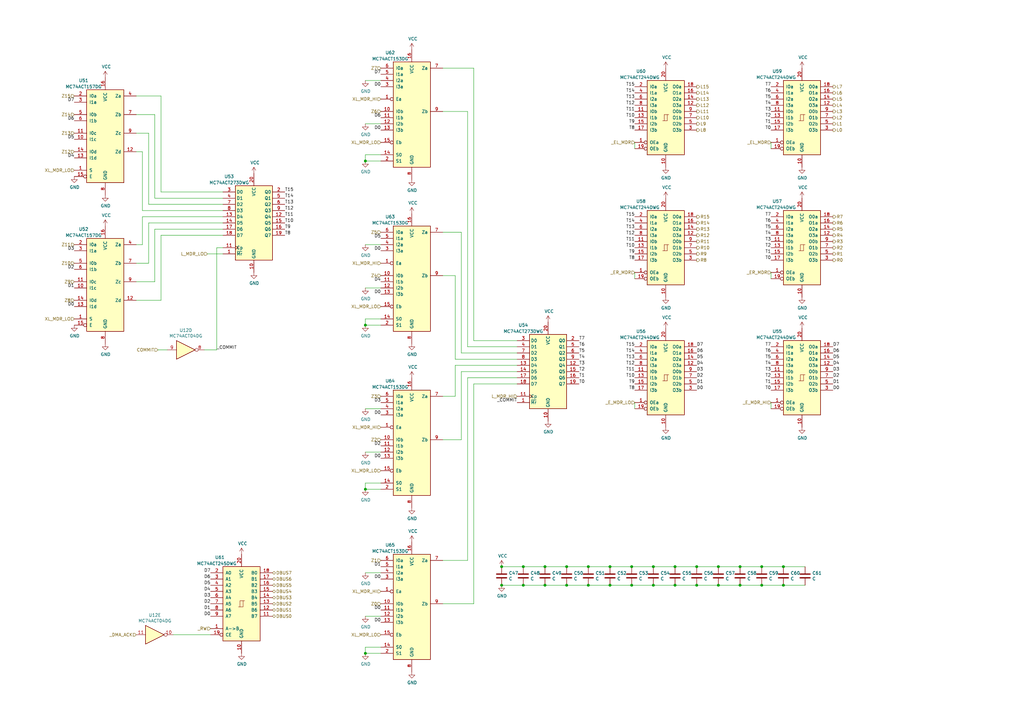
<source format=kicad_sch>
(kicad_sch (version 20200827) (generator eeschema)
  (page 5 7)
  (paper "A3")
  (lib_symbols
    (symbol "74xx:74LS04"
      (property "Reference" "U" (at 0 1.27 0))
      (property "Value" "74LS04" (at 0 -1.27 0))
      (symbol "74LS04_7_1"
        (rectangle (start -5.08 7.62) (end 5.08 -7.62) (stroke (width 0.254)) (fill (type background)))
      )
      (symbol "74LS04_1_0"
        (polyline (pts (xy -3.81 3.81) (xy -3.81 -3.81) (xy 3.81 0) (xy -3.81 3.81)) (stroke (width 0.254)) (fill (type background)))
        (pin input line (at -7.62 0 0) (length 3.81) (name "~") (number "1"))
        (pin output inverted (at 7.62 0 180) (length 3.81) (name "~") (number "2"))
      )
      (symbol "74LS04_2_0"
        (polyline (pts (xy -3.81 3.81) (xy -3.81 -3.81) (xy 3.81 0) (xy -3.81 3.81)) (stroke (width 0.254)) (fill (type background)))
        (pin input line (at -7.62 0 0) (length 3.81) (name "~") (number "3"))
        (pin output inverted (at 7.62 0 180) (length 3.81) (name "~") (number "4"))
      )
      (symbol "74LS04_3_0"
        (polyline (pts (xy -3.81 3.81) (xy -3.81 -3.81) (xy 3.81 0) (xy -3.81 3.81)) (stroke (width 0.254)) (fill (type background)))
        (pin input line (at -7.62 0 0) (length 3.81) (name "~") (number "5"))
        (pin output inverted (at 7.62 0 180) (length 3.81) (name "~") (number "6"))
      )
      (symbol "74LS04_4_0"
        (polyline (pts (xy -3.81 3.81) (xy -3.81 -3.81) (xy 3.81 0) (xy -3.81 3.81)) (stroke (width 0.254)) (fill (type background)))
        (pin output inverted (at 7.62 0 180) (length 3.81) (name "~") (number "8"))
        (pin input line (at -7.62 0 0) (length 3.81) (name "~") (number "9"))
      )
      (symbol "74LS04_5_0"
        (polyline (pts (xy -3.81 3.81) (xy -3.81 -3.81) (xy 3.81 0) (xy -3.81 3.81)) (stroke (width 0.254)) (fill (type background)))
        (pin output inverted (at 7.62 0 180) (length 3.81) (name "~") (number "10"))
        (pin input line (at -7.62 0 0) (length 3.81) (name "~") (number "11"))
      )
      (symbol "74LS04_6_0"
        (polyline (pts (xy -3.81 3.81) (xy -3.81 -3.81) (xy 3.81 0) (xy -3.81 3.81)) (stroke (width 0.254)) (fill (type background)))
        (pin output inverted (at 7.62 0 180) (length 3.81) (name "~") (number "12"))
        (pin input line (at -7.62 0 0) (length 3.81) (name "~") (number "13"))
      )
      (symbol "74LS04_7_0"
        (pin power_in line (at 0 12.7 270) (length 5.08) (name "VCC") (number "14"))
        (pin power_in line (at 0 -12.7 90) (length 5.08) (name "GND") (number "7"))
      )
    )
    (symbol "74xx:74LS153" (pin_names (offset 1.016))
      (property "Reference" "U" (at -7.62 21.59 0))
      (property "Value" "74LS153" (at -7.62 -24.13 0))
      (symbol "74LS153_1_1"
        (rectangle (start -7.62 20.32) (end 7.62 -22.86) (stroke (width 0.254)) (fill (type background)))
      )
      (symbol "74LS153_1_0"
        (pin input inverted (at -12.7 5.08 0) (length 5.08) (name "Ea") (number "1"))
        (pin input line (at -12.7 0 0) (length 5.08) (name "I0b") (number "10"))
        (pin input line (at -12.7 -2.54 0) (length 5.08) (name "I1b") (number "11"))
        (pin input line (at -12.7 -5.08 0) (length 5.08) (name "I2b") (number "12"))
        (pin input line (at -12.7 -7.62 0) (length 5.08) (name "I3b") (number "13"))
        (pin input line (at -12.7 -17.78 0) (length 5.08) (name "S0") (number "14"))
        (pin input inverted (at -12.7 -12.7 0) (length 5.08) (name "Eb") (number "15"))
        (pin power_in line (at 0 25.4 270) (length 5.08) (name "VCC") (number "16"))
        (pin input line (at -12.7 -20.32 0) (length 5.08) (name "S1") (number "2"))
        (pin input line (at -12.7 10.16 0) (length 5.08) (name "I3a") (number "3"))
        (pin input line (at -12.7 12.7 0) (length 5.08) (name "I2a") (number "4"))
        (pin input line (at -12.7 15.24 0) (length 5.08) (name "I1a") (number "5"))
        (pin input line (at -12.7 17.78 0) (length 5.08) (name "I0a") (number "6"))
        (pin output line (at 12.7 17.78 180) (length 5.08) (name "Za") (number "7"))
        (pin power_in line (at 0 -27.94 90) (length 5.08) (name "GND") (number "8"))
        (pin output line (at 12.7 0 180) (length 5.08) (name "Zb") (number "9"))
      )
    )
    (symbol "74xx:74LS157" (pin_names (offset 1.016))
      (property "Reference" "U" (at -7.62 19.05 0))
      (property "Value" "74LS157" (at -7.62 -21.59 0))
      (symbol "74LS157_1_1"
        (rectangle (start -7.62 17.78) (end 7.62 -20.32) (stroke (width 0.254)) (fill (type background)))
      )
      (symbol "74LS157_1_0"
        (pin input line (at -12.7 -15.24 0) (length 5.08) (name "S") (number "1"))
        (pin input line (at -12.7 -2.54 0) (length 5.08) (name "I1c") (number "10"))
        (pin input line (at -12.7 0 0) (length 5.08) (name "I0c") (number "11"))
        (pin output line (at 12.7 -7.62 180) (length 5.08) (name "Zd") (number "12"))
        (pin input line (at -12.7 -10.16 0) (length 5.08) (name "I1d") (number "13"))
        (pin input line (at -12.7 -7.62 0) (length 5.08) (name "I0d") (number "14"))
        (pin input inverted (at -12.7 -17.78 0) (length 5.08) (name "E") (number "15"))
        (pin power_in line (at 0 22.86 270) (length 5.08) (name "VCC") (number "16"))
        (pin input line (at -12.7 15.24 0) (length 5.08) (name "I0a") (number "2"))
        (pin input line (at -12.7 12.7 0) (length 5.08) (name "I1a") (number "3"))
        (pin output line (at 12.7 15.24 180) (length 5.08) (name "Za") (number "4"))
        (pin input line (at -12.7 7.62 0) (length 5.08) (name "I0b") (number "5"))
        (pin input line (at -12.7 5.08 0) (length 5.08) (name "I1b") (number "6"))
        (pin output line (at 12.7 7.62 180) (length 5.08) (name "Zb") (number "7"))
        (pin power_in line (at 0 -25.4 90) (length 5.08) (name "GND") (number "8"))
        (pin output line (at 12.7 0 180) (length 5.08) (name "Zc") (number "9"))
      )
    )
    (symbol "74xx:74LS244" (pin_names (offset 1.016))
      (property "Reference" "U" (at -7.62 16.51 0))
      (property "Value" "74LS244" (at -7.62 -16.51 0))
      (symbol "74LS244_1_1"
        (rectangle (start -7.62 15.24) (end 7.62 -15.24) (stroke (width 0.254)) (fill (type background)))
      )
      (symbol "74LS244_1_0"
        (polyline (pts (xy -0.635 -1.27) (xy -0.635 1.27) (xy 0.635 1.27)))
        (polyline (pts (xy -1.27 -1.27) (xy 0.635 -1.27) (xy 0.635 1.27) (xy 1.27 1.27)))
        (pin input inverted (at -12.7 -10.16 0) (length 5.08) (name "OEa") (number "1"))
        (pin power_in line (at 0 -20.32 90) (length 5.08) (name "GND") (number "10"))
        (pin input line (at -12.7 2.54 0) (length 5.08) (name "I0b") (number "11"))
        (pin tri_state line (at 12.7 5.08 180) (length 5.08) (name "O3a") (number "12"))
        (pin input line (at -12.7 0 0) (length 5.08) (name "I1b") (number "13"))
        (pin tri_state line (at 12.7 7.62 180) (length 5.08) (name "O2a") (number "14"))
        (pin input line (at -12.7 -2.54 0) (length 5.08) (name "I2b") (number "15"))
        (pin tri_state line (at 12.7 10.16 180) (length 5.08) (name "O1a") (number "16"))
        (pin input line (at -12.7 -5.08 0) (length 5.08) (name "I3b") (number "17"))
        (pin tri_state line (at 12.7 12.7 180) (length 5.08) (name "O0a") (number "18"))
        (pin input inverted (at -12.7 -12.7 0) (length 5.08) (name "OEb") (number "19"))
        (pin input line (at -12.7 12.7 0) (length 5.08) (name "I0a") (number "2"))
        (pin power_in line (at 0 20.32 270) (length 5.08) (name "VCC") (number "20"))
        (pin tri_state line (at 12.7 -5.08 180) (length 5.08) (name "O3b") (number "3"))
        (pin input line (at -12.7 10.16 0) (length 5.08) (name "I1a") (number "4"))
        (pin tri_state line (at 12.7 -2.54 180) (length 5.08) (name "O2b") (number "5"))
        (pin input line (at -12.7 7.62 0) (length 5.08) (name "I2a") (number "6"))
        (pin tri_state line (at 12.7 0 180) (length 5.08) (name "O1b") (number "7"))
        (pin input line (at -12.7 5.08 0) (length 5.08) (name "I3a") (number "8"))
        (pin tri_state line (at 12.7 2.54 180) (length 5.08) (name "O0b") (number "9"))
      )
    )
    (symbol "74xx:74LS245" (pin_names (offset 1.016))
      (property "Reference" "U" (at -7.62 16.51 0))
      (property "Value" "74LS245" (at -7.62 -16.51 0))
      (symbol "74LS245_1_1"
        (rectangle (start -7.62 15.24) (end 7.62 -15.24) (stroke (width 0.254)) (fill (type background)))
      )
      (symbol "74LS245_1_0"
        (polyline (pts (xy -0.635 -1.27) (xy -0.635 1.27) (xy 0.635 1.27)))
        (polyline (pts (xy -1.27 -1.27) (xy 0.635 -1.27) (xy 0.635 1.27) (xy 1.27 1.27)))
        (pin input line (at -12.7 -10.16 0) (length 5.08) (name "A->B") (number "1"))
        (pin power_in line (at 0 -20.32 90) (length 5.08) (name "GND") (number "10"))
        (pin tri_state line (at 12.7 -5.08 180) (length 5.08) (name "B7") (number "11"))
        (pin tri_state line (at 12.7 -2.54 180) (length 5.08) (name "B6") (number "12"))
        (pin tri_state line (at 12.7 0 180) (length 5.08) (name "B5") (number "13"))
        (pin tri_state line (at 12.7 2.54 180) (length 5.08) (name "B4") (number "14"))
        (pin tri_state line (at 12.7 5.08 180) (length 5.08) (name "B3") (number "15"))
        (pin tri_state line (at 12.7 7.62 180) (length 5.08) (name "B2") (number "16"))
        (pin tri_state line (at 12.7 10.16 180) (length 5.08) (name "B1") (number "17"))
        (pin tri_state line (at 12.7 12.7 180) (length 5.08) (name "B0") (number "18"))
        (pin input inverted (at -12.7 -12.7 0) (length 5.08) (name "CE") (number "19"))
        (pin tri_state line (at -12.7 12.7 0) (length 5.08) (name "A0") (number "2"))
        (pin power_in line (at 0 20.32 270) (length 5.08) (name "VCC") (number "20"))
        (pin tri_state line (at -12.7 10.16 0) (length 5.08) (name "A1") (number "3"))
        (pin tri_state line (at -12.7 7.62 0) (length 5.08) (name "A2") (number "4"))
        (pin tri_state line (at -12.7 5.08 0) (length 5.08) (name "A3") (number "5"))
        (pin tri_state line (at -12.7 2.54 0) (length 5.08) (name "A4") (number "6"))
        (pin tri_state line (at -12.7 0 0) (length 5.08) (name "A5") (number "7"))
        (pin tri_state line (at -12.7 -2.54 0) (length 5.08) (name "A6") (number "8"))
        (pin tri_state line (at -12.7 -5.08 0) (length 5.08) (name "A7") (number "9"))
      )
    )
    (symbol "74xx:74LS273"
      (property "Reference" "U" (at -7.62 16.51 0))
      (property "Value" "74LS273" (at -7.62 -16.51 0))
      (symbol "74LS273_1_1"
        (rectangle (start -7.62 15.24) (end 7.62 -15.24) (stroke (width 0.254)) (fill (type background)))
      )
      (symbol "74LS273_1_0"
        (pin input line (at -12.7 -12.7 0) (length 5.08) (name "~Mr") (number "1"))
        (pin power_in line (at 0 -20.32 90) (length 5.08) (name "GND") (number "10"))
        (pin input clock (at -12.7 -10.16 0) (length 5.08) (name "Cp") (number "11"))
        (pin output line (at 12.7 2.54 180) (length 5.08) (name "Q4") (number "12"))
        (pin input line (at -12.7 2.54 0) (length 5.08) (name "D4") (number "13"))
        (pin input line (at -12.7 0 0) (length 5.08) (name "D5") (number "14"))
        (pin output line (at 12.7 0 180) (length 5.08) (name "Q5") (number "15"))
        (pin output line (at 12.7 -2.54 180) (length 5.08) (name "Q6") (number "16"))
        (pin input line (at -12.7 -2.54 0) (length 5.08) (name "D6") (number "17"))
        (pin input line (at -12.7 -5.08 0) (length 5.08) (name "D7") (number "18"))
        (pin output line (at 12.7 -5.08 180) (length 5.08) (name "Q7") (number "19"))
        (pin output line (at 12.7 12.7 180) (length 5.08) (name "Q0") (number "2"))
        (pin power_in line (at 0 20.32 270) (length 5.08) (name "VCC") (number "20"))
        (pin input line (at -12.7 12.7 0) (length 5.08) (name "D0") (number "3"))
        (pin input line (at -12.7 10.16 0) (length 5.08) (name "D1") (number "4"))
        (pin output line (at 12.7 10.16 180) (length 5.08) (name "Q1") (number "5"))
        (pin output line (at 12.7 7.62 180) (length 5.08) (name "Q2") (number "6"))
        (pin input line (at -12.7 7.62 0) (length 5.08) (name "D2") (number "7"))
        (pin input line (at -12.7 5.08 0) (length 5.08) (name "D3") (number "8"))
        (pin output line (at 12.7 5.08 180) (length 5.08) (name "Q3") (number "9"))
      )
    )
    (symbol "Device:C" (pin_numbers hide) (pin_names (offset 0.254))
      (property "Reference" "C" (at 0.635 2.54 0))
      (property "Value" "C" (at 0.635 -2.54 0))
      (symbol "C_0_1"
        (polyline (pts (xy -2.032 -0.762) (xy 2.032 -0.762)) (stroke (width 0.508)))
        (polyline (pts (xy -2.032 0.762) (xy 2.032 0.762)) (stroke (width 0.508)))
      )
      (symbol "C_1_1"
        (pin passive line (at 0 3.81 270) (length 2.794) (name "~") (number "1"))
        (pin passive line (at 0 -3.81 90) (length 2.794) (name "~") (number "2"))
      )
    )
    (symbol "power:GND" (power) (pin_names (offset 0))
      (property "Value" "GND" (at 0 -3.81 0))
      (symbol "GND_0_1"
        (polyline (pts (xy 0 0) (xy 0 -1.27) (xy 1.27 -1.27) (xy 0 -2.54) (xy -1.27 -1.27) (xy 0 -1.27)))
      )
      (symbol "GND_1_1"
        (pin power_in line (at 0 0 270) (length 0) hide (name "GND") (number "1"))
      )
    )
    (symbol "power:VCC" (power) (pin_names (offset 0))
      (property "Value" "VCC" (at 0 3.81 0))
      (symbol "VCC_0_1"
        (polyline (pts (xy -0.762 1.27) (xy 0 2.54)))
        (polyline (pts (xy 0 0) (xy 0 2.54)))
        (polyline (pts (xy 0 2.54) (xy 0.762 1.27)))
      )
      (symbol "VCC_1_1"
        (pin power_in line (at 0 0 90) (length 0) hide (name "VCC") (number "1"))
      )
    )
  )
  (junction (at 149.86 66.04) (diameter 1.016))
  (junction (at 149.86 133.35) (diameter 1.016))
  (junction (at 149.86 200.66) (diameter 1.016))
  (junction (at 149.86 267.97) (diameter 1.016))
  (junction (at 205.74 232.41) (diameter 1.016))
  (junction (at 205.74 240.03) (diameter 1.016))
  (junction (at 214.63 232.41) (diameter 1.016))
  (junction (at 214.63 240.03) (diameter 1.016))
  (junction (at 223.52 232.41) (diameter 1.016))
  (junction (at 223.52 240.03) (diameter 1.016))
  (junction (at 232.41 232.41) (diameter 1.016))
  (junction (at 232.41 240.03) (diameter 1.016))
  (junction (at 241.3 232.41) (diameter 1.016))
  (junction (at 241.3 240.03) (diameter 1.016))
  (junction (at 250.19 232.41) (diameter 1.016))
  (junction (at 250.19 240.03) (diameter 1.016))
  (junction (at 259.08 232.41) (diameter 1.016))
  (junction (at 259.08 240.03) (diameter 1.016))
  (junction (at 267.97 232.41) (diameter 1.016))
  (junction (at 267.97 240.03) (diameter 1.016))
  (junction (at 276.86 232.41) (diameter 1.016))
  (junction (at 276.86 240.03) (diameter 1.016))
  (junction (at 285.75 232.41) (diameter 1.016))
  (junction (at 285.75 240.03) (diameter 1.016))
  (junction (at 294.64 232.41) (diameter 1.016))
  (junction (at 294.64 240.03) (diameter 1.016))
  (junction (at 303.53 232.41) (diameter 1.016))
  (junction (at 303.53 240.03) (diameter 1.016))
  (junction (at 312.42 232.41) (diameter 1.016))
  (junction (at 312.42 240.03) (diameter 1.016))
  (junction (at 321.31 232.41) (diameter 1.016))
  (junction (at 321.31 240.03) (diameter 1.016))
  (wire (pts (xy 55.88 46.99) (xy 63.5 46.99)))
  (wire (pts (xy 55.88 54.61) (xy 60.96 54.61)))
  (wire (pts (xy 55.88 62.23) (xy 58.42 62.23)))
  (wire (pts (xy 55.88 100.33) (xy 58.42 100.33)))
  (wire (pts (xy 55.88 107.95) (xy 60.96 107.95)))
  (wire (pts (xy 55.88 115.57) (xy 63.5 115.57)))
  (wire (pts (xy 55.88 123.19) (xy 66.04 123.19)))
  (wire (pts (xy 58.42 62.23) (xy 58.42 86.36)))
  (wire (pts (xy 58.42 86.36) (xy 91.44 86.36)))
  (wire (pts (xy 58.42 88.9) (xy 91.44 88.9)))
  (wire (pts (xy 58.42 100.33) (xy 58.42 88.9)))
  (wire (pts (xy 60.96 54.61) (xy 60.96 83.82)))
  (wire (pts (xy 60.96 83.82) (xy 91.44 83.82)))
  (wire (pts (xy 60.96 91.44) (xy 91.44 91.44)))
  (wire (pts (xy 60.96 107.95) (xy 60.96 91.44)))
  (wire (pts (xy 63.5 46.99) (xy 63.5 81.28)))
  (wire (pts (xy 63.5 81.28) (xy 91.44 81.28)))
  (wire (pts (xy 63.5 93.98) (xy 91.44 93.98)))
  (wire (pts (xy 63.5 115.57) (xy 63.5 93.98)))
  (wire (pts (xy 64.77 143.51) (xy 68.58 143.51)))
  (wire (pts (xy 66.04 39.37) (xy 55.88 39.37)))
  (wire (pts (xy 66.04 78.74) (xy 66.04 39.37)))
  (wire (pts (xy 66.04 78.74) (xy 91.44 78.74)))
  (wire (pts (xy 66.04 96.52) (xy 91.44 96.52)))
  (wire (pts (xy 66.04 123.19) (xy 66.04 96.52)))
  (wire (pts (xy 71.12 260.35) (xy 86.36 260.35)))
  (wire (pts (xy 83.82 143.51) (xy 88.9 143.51)))
  (wire (pts (xy 88.9 101.6) (xy 91.44 101.6)))
  (wire (pts (xy 88.9 143.51) (xy 88.9 101.6)))
  (wire (pts (xy 91.44 104.14) (xy 85.09 104.14)))
  (wire (pts (xy 149.86 63.5) (xy 149.86 66.04)))
  (wire (pts (xy 149.86 130.81) (xy 149.86 133.35)))
  (wire (pts (xy 149.86 198.12) (xy 149.86 200.66)))
  (wire (pts (xy 149.86 265.43) (xy 149.86 267.97)))
  (wire (pts (xy 156.21 33.02) (xy 149.86 33.02)))
  (wire (pts (xy 156.21 50.8) (xy 149.86 50.8)))
  (wire (pts (xy 156.21 63.5) (xy 149.86 63.5)))
  (wire (pts (xy 156.21 66.04) (xy 149.86 66.04)))
  (wire (pts (xy 156.21 100.33) (xy 149.86 100.33)))
  (wire (pts (xy 156.21 118.11) (xy 149.86 118.11)))
  (wire (pts (xy 156.21 130.81) (xy 149.86 130.81)))
  (wire (pts (xy 156.21 133.35) (xy 149.86 133.35)))
  (wire (pts (xy 156.21 167.64) (xy 149.86 167.64)))
  (wire (pts (xy 156.21 185.42) (xy 149.86 185.42)))
  (wire (pts (xy 156.21 198.12) (xy 149.86 198.12)))
  (wire (pts (xy 156.21 200.66) (xy 149.86 200.66)))
  (wire (pts (xy 156.21 234.95) (xy 149.86 234.95)))
  (wire (pts (xy 156.21 252.73) (xy 149.86 252.73)))
  (wire (pts (xy 156.21 265.43) (xy 149.86 265.43)))
  (wire (pts (xy 156.21 267.97) (xy 149.86 267.97)))
  (wire (pts (xy 181.61 95.25) (xy 189.23 95.25)))
  (wire (pts (xy 181.61 113.03) (xy 186.69 113.03)))
  (wire (pts (xy 186.69 113.03) (xy 186.69 147.32)))
  (wire (pts (xy 186.69 147.32) (xy 212.09 147.32)))
  (wire (pts (xy 186.69 149.86) (xy 186.69 162.56)))
  (wire (pts (xy 186.69 162.56) (xy 181.61 162.56)))
  (wire (pts (xy 189.23 95.25) (xy 189.23 144.78)))
  (wire (pts (xy 189.23 144.78) (xy 212.09 144.78)))
  (wire (pts (xy 189.23 152.4) (xy 189.23 180.34)))
  (wire (pts (xy 189.23 180.34) (xy 181.61 180.34)))
  (wire (pts (xy 191.77 45.72) (xy 181.61 45.72)))
  (wire (pts (xy 191.77 142.24) (xy 191.77 45.72)))
  (wire (pts (xy 191.77 154.94) (xy 191.77 229.87)))
  (wire (pts (xy 191.77 229.87) (xy 181.61 229.87)))
  (wire (pts (xy 194.31 27.94) (xy 181.61 27.94)))
  (wire (pts (xy 194.31 139.7) (xy 194.31 27.94)))
  (wire (pts (xy 194.31 157.48) (xy 194.31 247.65)))
  (wire (pts (xy 194.31 247.65) (xy 181.61 247.65)))
  (wire (pts (xy 205.74 232.41) (xy 214.63 232.41)))
  (wire (pts (xy 205.74 240.03) (xy 214.63 240.03)))
  (wire (pts (xy 212.09 139.7) (xy 194.31 139.7)))
  (wire (pts (xy 212.09 142.24) (xy 191.77 142.24)))
  (wire (pts (xy 212.09 149.86) (xy 186.69 149.86)))
  (wire (pts (xy 212.09 152.4) (xy 189.23 152.4)))
  (wire (pts (xy 212.09 154.94) (xy 191.77 154.94)))
  (wire (pts (xy 212.09 157.48) (xy 194.31 157.48)))
  (wire (pts (xy 214.63 232.41) (xy 223.52 232.41)))
  (wire (pts (xy 214.63 240.03) (xy 223.52 240.03)))
  (wire (pts (xy 223.52 232.41) (xy 232.41 232.41)))
  (wire (pts (xy 223.52 240.03) (xy 232.41 240.03)))
  (wire (pts (xy 232.41 232.41) (xy 241.3 232.41)))
  (wire (pts (xy 232.41 240.03) (xy 241.3 240.03)))
  (wire (pts (xy 241.3 232.41) (xy 250.19 232.41)))
  (wire (pts (xy 241.3 240.03) (xy 250.19 240.03)))
  (wire (pts (xy 250.19 232.41) (xy 259.08 232.41)))
  (wire (pts (xy 250.19 240.03) (xy 259.08 240.03)))
  (wire (pts (xy 259.08 232.41) (xy 267.97 232.41)))
  (wire (pts (xy 259.08 240.03) (xy 267.97 240.03)))
  (wire (pts (xy 260.35 58.42) (xy 260.35 60.96)))
  (wire (pts (xy 260.35 111.76) (xy 260.35 114.3)))
  (wire (pts (xy 260.35 165.1) (xy 260.35 167.64)))
  (wire (pts (xy 267.97 232.41) (xy 276.86 232.41)))
  (wire (pts (xy 267.97 240.03) (xy 276.86 240.03)))
  (wire (pts (xy 276.86 232.41) (xy 285.75 232.41)))
  (wire (pts (xy 276.86 240.03) (xy 285.75 240.03)))
  (wire (pts (xy 285.75 232.41) (xy 294.64 232.41)))
  (wire (pts (xy 285.75 240.03) (xy 294.64 240.03)))
  (wire (pts (xy 294.64 232.41) (xy 303.53 232.41)))
  (wire (pts (xy 294.64 240.03) (xy 303.53 240.03)))
  (wire (pts (xy 303.53 232.41) (xy 312.42 232.41)))
  (wire (pts (xy 303.53 240.03) (xy 312.42 240.03)))
  (wire (pts (xy 312.42 232.41) (xy 321.31 232.41)))
  (wire (pts (xy 312.42 240.03) (xy 321.31 240.03)))
  (wire (pts (xy 316.23 58.42) (xy 316.23 60.96)))
  (wire (pts (xy 316.23 111.76) (xy 316.23 114.3)))
  (wire (pts (xy 316.23 165.1) (xy 316.23 167.64)))
  (wire (pts (xy 321.31 232.41) (xy 330.2 232.41)))
  (wire (pts (xy 321.31 240.03) (xy 330.2 240.03)))
  (label "D7" (at 30.48 41.91 180))
  (label "D6" (at 30.48 49.53 180))
  (label "D5" (at 30.48 57.15 180))
  (label "D4" (at 30.48 64.77 180))
  (label "D3" (at 30.48 102.87 180))
  (label "D2" (at 30.48 110.49 180))
  (label "D1" (at 30.48 118.11 180))
  (label "D0" (at 30.48 125.73 180))
  (label "D7" (at 86.36 234.95 180))
  (label "D6" (at 86.36 237.49 180))
  (label "D5" (at 86.36 240.03 180))
  (label "D4" (at 86.36 242.57 180))
  (label "D3" (at 86.36 245.11 180))
  (label "D2" (at 86.36 247.65 180))
  (label "D1" (at 86.36 250.19 180))
  (label "D0" (at 86.36 252.73 180))
  (label "_COMMIT" (at 88.9 143.51 0))
  (label "T15" (at 116.84 78.74 0))
  (label "T14" (at 116.84 81.28 0))
  (label "T13" (at 116.84 83.82 0))
  (label "T12" (at 116.84 86.36 0))
  (label "T11" (at 116.84 88.9 0))
  (label "T10" (at 116.84 91.44 0))
  (label "T9" (at 116.84 93.98 0))
  (label "T8" (at 116.84 96.52 0))
  (label "D7" (at 156.21 30.48 180))
  (label "D0" (at 156.21 35.56 180))
  (label "D6" (at 156.21 48.26 180))
  (label "D0" (at 156.21 53.34 180))
  (label "D5" (at 156.21 97.79 180))
  (label "D0" (at 156.21 102.87 180))
  (label "D4" (at 156.21 115.57 180))
  (label "D0" (at 156.21 120.65 180))
  (label "D3" (at 156.21 165.1 180))
  (label "D0" (at 156.21 170.18 180))
  (label "D2" (at 156.21 182.88 180))
  (label "D0" (at 156.21 187.96 180))
  (label "D1" (at 156.21 232.41 180))
  (label "D0" (at 156.21 237.49 180))
  (label "D0" (at 156.21 250.19 180))
  (label "D0" (at 156.21 255.27 180))
  (label "_COMMIT" (at 212.09 165.1 180))
  (label "T7" (at 237.49 139.7 0))
  (label "T6" (at 237.49 142.24 0))
  (label "T5" (at 237.49 144.78 0))
  (label "T4" (at 237.49 147.32 0))
  (label "T3" (at 237.49 149.86 0))
  (label "T2" (at 237.49 152.4 0))
  (label "T1" (at 237.49 154.94 0))
  (label "T0" (at 237.49 157.48 0))
  (label "T15" (at 260.35 35.56 180))
  (label "T14" (at 260.35 38.1 180))
  (label "T13" (at 260.35 40.64 180))
  (label "T12" (at 260.35 43.18 180))
  (label "T11" (at 260.35 45.72 180))
  (label "T10" (at 260.35 48.26 180))
  (label "T9" (at 260.35 50.8 180))
  (label "T8" (at 260.35 53.34 180))
  (label "T15" (at 260.35 88.9 180))
  (label "T14" (at 260.35 91.44 180))
  (label "T13" (at 260.35 93.98 180))
  (label "T12" (at 260.35 96.52 180))
  (label "T11" (at 260.35 99.06 180))
  (label "T10" (at 260.35 101.6 180))
  (label "T9" (at 260.35 104.14 180))
  (label "T8" (at 260.35 106.68 180))
  (label "T15" (at 260.35 142.24 180))
  (label "T14" (at 260.35 144.78 180))
  (label "T13" (at 260.35 147.32 180))
  (label "T12" (at 260.35 149.86 180))
  (label "T11" (at 260.35 152.4 180))
  (label "T10" (at 260.35 154.94 180))
  (label "T9" (at 260.35 157.48 180))
  (label "T8" (at 260.35 160.02 180))
  (label "D7" (at 285.75 142.24 0))
  (label "D6" (at 285.75 144.78 0))
  (label "D5" (at 285.75 147.32 0))
  (label "D4" (at 285.75 149.86 0))
  (label "D3" (at 285.75 152.4 0))
  (label "D2" (at 285.75 154.94 0))
  (label "D1" (at 285.75 157.48 0))
  (label "D0" (at 285.75 160.02 0))
  (label "T7" (at 316.23 35.56 180))
  (label "T6" (at 316.23 38.1 180))
  (label "T5" (at 316.23 40.64 180))
  (label "T4" (at 316.23 43.18 180))
  (label "T3" (at 316.23 45.72 180))
  (label "T2" (at 316.23 48.26 180))
  (label "T1" (at 316.23 50.8 180))
  (label "T0" (at 316.23 53.34 180))
  (label "T7" (at 316.23 88.9 180))
  (label "T6" (at 316.23 91.44 180))
  (label "T5" (at 316.23 93.98 180))
  (label "T4" (at 316.23 96.52 180))
  (label "T3" (at 316.23 99.06 180))
  (label "T2" (at 316.23 101.6 180))
  (label "T1" (at 316.23 104.14 180))
  (label "T0" (at 316.23 106.68 180))
  (label "T7" (at 316.23 142.24 180))
  (label "T6" (at 316.23 144.78 180))
  (label "T5" (at 316.23 147.32 180))
  (label "T4" (at 316.23 149.86 180))
  (label "T3" (at 316.23 152.4 180))
  (label "T2" (at 316.23 154.94 180))
  (label "T1" (at 316.23 157.48 180))
  (label "T0" (at 316.23 160.02 180))
  (label "D7" (at 341.63 142.24 0))
  (label "D6" (at 341.63 144.78 0))
  (label "D5" (at 341.63 147.32 0))
  (label "D4" (at 341.63 149.86 0))
  (label "D3" (at 341.63 152.4 0))
  (label "D2" (at 341.63 154.94 0))
  (label "D1" (at 341.63 157.48 0))
  (label "D0" (at 341.63 160.02 0))
  (hierarchical_label "Z15" (shape input) (at 30.48 39.37 180))
  (hierarchical_label "Z14" (shape input) (at 30.48 46.99 180))
  (hierarchical_label "Z13" (shape input) (at 30.48 54.61 180))
  (hierarchical_label "Z12" (shape input) (at 30.48 62.23 180))
  (hierarchical_label "XL_MDR_LO" (shape input) (at 30.48 69.85 180))
  (hierarchical_label "Z11" (shape input) (at 30.48 100.33 180))
  (hierarchical_label "Z10" (shape input) (at 30.48 107.95 180))
  (hierarchical_label "Z9" (shape input) (at 30.48 115.57 180))
  (hierarchical_label "Z8" (shape input) (at 30.48 123.19 180))
  (hierarchical_label "XL_MDR_LO" (shape input) (at 30.48 130.81 180))
  (hierarchical_label "_DMA_ACK" (shape input) (at 55.88 260.35 180))
  (hierarchical_label "COMMIT" (shape input) (at 64.77 143.51 180))
  (hierarchical_label "L_MDR_LO" (shape input) (at 85.09 104.14 180))
  (hierarchical_label "_RW" (shape input) (at 86.36 257.81 180))
  (hierarchical_label "DBUS7" (shape bidirectional) (at 111.76 234.95 0))
  (hierarchical_label "DBUS6" (shape bidirectional) (at 111.76 237.49 0))
  (hierarchical_label "DBUS5" (shape bidirectional) (at 111.76 240.03 0))
  (hierarchical_label "DBUS4" (shape bidirectional) (at 111.76 242.57 0))
  (hierarchical_label "DBUS3" (shape bidirectional) (at 111.76 245.11 0))
  (hierarchical_label "DBUS2" (shape bidirectional) (at 111.76 247.65 0))
  (hierarchical_label "DBUS1" (shape bidirectional) (at 111.76 250.19 0))
  (hierarchical_label "DBUS0" (shape bidirectional) (at 111.76 252.73 0))
  (hierarchical_label "Z7" (shape input) (at 156.21 27.94 180))
  (hierarchical_label "XL_MDR_HI" (shape input) (at 156.21 40.64 180))
  (hierarchical_label "Z6" (shape input) (at 156.21 45.72 180))
  (hierarchical_label "XL_MDR_LO" (shape input) (at 156.21 58.42 180))
  (hierarchical_label "Z5" (shape input) (at 156.21 95.25 180))
  (hierarchical_label "XL_MDR_HI" (shape input) (at 156.21 107.95 180))
  (hierarchical_label "Z4" (shape input) (at 156.21 113.03 180))
  (hierarchical_label "XL_MDR_LO" (shape input) (at 156.21 125.73 180))
  (hierarchical_label "Z3" (shape input) (at 156.21 162.56 180))
  (hierarchical_label "XL_MDR_HI" (shape input) (at 156.21 175.26 180))
  (hierarchical_label "Z2" (shape input) (at 156.21 180.34 180))
  (hierarchical_label "XL_MDR_LO" (shape input) (at 156.21 193.04 180))
  (hierarchical_label "Z1" (shape input) (at 156.21 229.87 180))
  (hierarchical_label "XL_MDR_HI" (shape input) (at 156.21 242.57 180))
  (hierarchical_label "Z0" (shape input) (at 156.21 247.65 180))
  (hierarchical_label "XL_MDR_LO" (shape input) (at 156.21 260.35 180))
  (hierarchical_label "L_MDR_HI" (shape input) (at 212.09 162.56 180))
  (hierarchical_label "_EL_MDR" (shape input) (at 260.35 58.42 180))
  (hierarchical_label "_ER_MDR" (shape input) (at 260.35 111.76 180))
  (hierarchical_label "_E_MDR_LO" (shape input) (at 260.35 165.1 180))
  (hierarchical_label "L15" (shape output) (at 285.75 35.56 0))
  (hierarchical_label "L14" (shape output) (at 285.75 38.1 0))
  (hierarchical_label "L13" (shape output) (at 285.75 40.64 0))
  (hierarchical_label "L12" (shape output) (at 285.75 43.18 0))
  (hierarchical_label "L11" (shape output) (at 285.75 45.72 0))
  (hierarchical_label "L10" (shape output) (at 285.75 48.26 0))
  (hierarchical_label "L9" (shape output) (at 285.75 50.8 0))
  (hierarchical_label "L8" (shape output) (at 285.75 53.34 0))
  (hierarchical_label "R15" (shape output) (at 285.75 88.9 0))
  (hierarchical_label "R14" (shape output) (at 285.75 91.44 0))
  (hierarchical_label "R13" (shape output) (at 285.75 93.98 0))
  (hierarchical_label "R12" (shape output) (at 285.75 96.52 0))
  (hierarchical_label "R11" (shape output) (at 285.75 99.06 0))
  (hierarchical_label "R10" (shape output) (at 285.75 101.6 0))
  (hierarchical_label "R9" (shape output) (at 285.75 104.14 0))
  (hierarchical_label "R8" (shape output) (at 285.75 106.68 0))
  (hierarchical_label "_EL_MDR" (shape input) (at 316.23 58.42 180))
  (hierarchical_label "_ER_MDR" (shape input) (at 316.23 111.76 180))
  (hierarchical_label "_E_MDR_HI" (shape input) (at 316.23 165.1 180))
  (hierarchical_label "L7" (shape output) (at 341.63 35.56 0))
  (hierarchical_label "L6" (shape output) (at 341.63 38.1 0))
  (hierarchical_label "L5" (shape output) (at 341.63 40.64 0))
  (hierarchical_label "L4" (shape output) (at 341.63 43.18 0))
  (hierarchical_label "L3" (shape output) (at 341.63 45.72 0))
  (hierarchical_label "L2" (shape output) (at 341.63 48.26 0))
  (hierarchical_label "L1" (shape output) (at 341.63 50.8 0))
  (hierarchical_label "L0" (shape output) (at 341.63 53.34 0))
  (hierarchical_label "R7" (shape output) (at 341.63 88.9 0))
  (hierarchical_label "R6" (shape output) (at 341.63 91.44 0))
  (hierarchical_label "R5" (shape output) (at 341.63 93.98 0))
  (hierarchical_label "R4" (shape output) (at 341.63 96.52 0))
  (hierarchical_label "R3" (shape output) (at 341.63 99.06 0))
  (hierarchical_label "R2" (shape output) (at 341.63 101.6 0))
  (hierarchical_label "R1" (shape output) (at 341.63 104.14 0))
  (hierarchical_label "R0" (shape output) (at 341.63 106.68 0))
  (symbol (lib_id "power:VCC") (at 43.18 31.75 0) (unit 1)
    (property "Reference" "#PWR0189" (effects hide))
    (property "Value" "VCC" (at 43.6118 27.3558 0))
  )
  (symbol (lib_id "power:VCC") (at 43.18 92.71 0) (unit 1)
    (property "Reference" "#PWR0192" (effects hide))
    (property "Value" "VCC" (at 43.6118 88.3158 0))
  )
  (symbol (lib_id "power:VCC") (at 99.06 227.33 0) (unit 1)
    (property "Reference" "#PWR0234" (effects hide))
    (property "Value" "VCC" (at 99.4918 222.9358 0))
  )
  (symbol (lib_id "power:VCC") (at 104.14 71.12 0) (unit 1)
    (property "Reference" "#PWR0195" (effects hide))
    (property "Value" "VCC" (at 104.5718 66.7258 0))
  )
  (symbol (lib_id "power:VCC") (at 168.91 20.32 0) (unit 1)
    (property "Reference" "#PWR0199" (effects hide))
    (property "Value" "VCC" (at 169.3418 15.9258 0))
  )
  (symbol (lib_id "power:VCC") (at 168.91 87.63 0) (unit 1)
    (property "Reference" "#PWR0204" (effects hide))
    (property "Value" "VCC" (at 169.3418 83.2358 0))
  )
  (symbol (lib_id "power:VCC") (at 168.91 154.94 0) (unit 1)
    (property "Reference" "#PWR0209" (effects hide))
    (property "Value" "VCC" (at 169.3418 150.5458 0))
  )
  (symbol (lib_id "power:VCC") (at 168.91 222.25 0) (unit 1)
    (property "Reference" "#PWR0214" (effects hide))
    (property "Value" "VCC" (at 169.3418 217.8558 0))
  )
  (symbol (lib_id "power:VCC") (at 205.74 232.41 0) (unit 1)
    (property "Reference" "#PWR0197" (effects hide))
    (property "Value" "VCC" (at 206.1718 228.0158 0))
  )
  (symbol (lib_id "power:VCC") (at 224.79 132.08 0) (unit 1)
    (property "Reference" "#PWR0219" (effects hide))
    (property "Value" "VCC" (at 225.2218 127.6858 0))
  )
  (symbol (lib_id "power:VCC") (at 273.05 27.94 0) (unit 1)
    (property "Reference" "#PWR0221" (effects hide))
    (property "Value" "VCC" (at 273.4818 23.5458 0))
  )
  (symbol (lib_id "power:VCC") (at 273.05 81.28 0) (unit 1)
    (property "Reference" "#PWR0223" (effects hide))
    (property "Value" "VCC" (at 273.4818 76.8858 0))
  )
  (symbol (lib_id "power:VCC") (at 273.05 134.62 0) (unit 1)
    (property "Reference" "#PWR0225" (effects hide))
    (property "Value" "VCC" (at 273.4818 130.2258 0))
  )
  (symbol (lib_id "power:VCC") (at 328.93 27.94 0) (unit 1)
    (property "Reference" "#PWR0222" (effects hide))
    (property "Value" "VCC" (at 329.3618 23.5458 0))
  )
  (symbol (lib_id "power:VCC") (at 328.93 81.28 0) (unit 1)
    (property "Reference" "#PWR0224" (effects hide))
    (property "Value" "VCC" (at 329.3618 76.8858 0))
  )
  (symbol (lib_id "power:VCC") (at 328.93 134.62 0) (unit 1)
    (property "Reference" "#PWR0226" (effects hide))
    (property "Value" "VCC" (at 329.3618 130.2258 0))
  )
  (symbol (lib_id "power:GND") (at 30.48 72.39 0) (unit 1)
    (property "Reference" "#PWR0191" (effects hide))
    (property "Value" "GND" (at 30.607 76.7842 0))
  )
  (symbol (lib_id "power:GND") (at 30.48 133.35 0) (unit 1)
    (property "Reference" "#PWR0194" (effects hide))
    (property "Value" "GND" (at 30.607 137.7442 0))
  )
  (symbol (lib_id "power:GND") (at 43.18 80.01 0) (unit 1)
    (property "Reference" "#PWR0190" (effects hide))
    (property "Value" "GND" (at 43.307 84.4042 0))
  )
  (symbol (lib_id "power:GND") (at 43.18 140.97 0) (unit 1)
    (property "Reference" "#PWR0193" (effects hide))
    (property "Value" "GND" (at 43.307 145.3642 0))
  )
  (symbol (lib_id "power:GND") (at 99.06 267.97 0) (unit 1)
    (property "Reference" "#PWR0233" (effects hide))
    (property "Value" "GND" (at 99.187 272.3642 0))
  )
  (symbol (lib_id "power:GND") (at 104.14 111.76 0) (unit 1)
    (property "Reference" "#PWR0196" (effects hide))
    (property "Value" "GND" (at 104.267 116.1542 0))
  )
  (symbol (lib_id "power:GND") (at 149.86 33.02 0) (unit 1)
    (property "Reference" "#PWR0201" (effects hide))
    (property "Value" "GND" (at 149.987 37.4142 0))
  )
  (symbol (lib_id "power:GND") (at 149.86 50.8 0) (unit 1)
    (property "Reference" "#PWR0202" (effects hide))
    (property "Value" "GND" (at 149.987 55.1942 0))
  )
  (symbol (lib_id "power:GND") (at 149.86 66.04 0) (unit 1)
    (property "Reference" "#PWR0203" (effects hide))
    (property "Value" "GND" (at 149.987 70.4342 0))
  )
  (symbol (lib_id "power:GND") (at 149.86 100.33 0) (unit 1)
    (property "Reference" "#PWR0206" (effects hide))
    (property "Value" "GND" (at 149.987 104.7242 0))
  )
  (symbol (lib_id "power:GND") (at 149.86 118.11 0) (unit 1)
    (property "Reference" "#PWR0207" (effects hide))
    (property "Value" "GND" (at 149.987 122.5042 0))
  )
  (symbol (lib_id "power:GND") (at 149.86 133.35 0) (unit 1)
    (property "Reference" "#PWR0208" (effects hide))
    (property "Value" "GND" (at 149.987 137.7442 0))
  )
  (symbol (lib_id "power:GND") (at 149.86 167.64 0) (unit 1)
    (property "Reference" "#PWR0211" (effects hide))
    (property "Value" "GND" (at 149.987 172.0342 0))
  )
  (symbol (lib_id "power:GND") (at 149.86 185.42 0) (unit 1)
    (property "Reference" "#PWR0212" (effects hide))
    (property "Value" "GND" (at 149.987 189.8142 0))
  )
  (symbol (lib_id "power:GND") (at 149.86 200.66 0) (unit 1)
    (property "Reference" "#PWR0213" (effects hide))
    (property "Value" "GND" (at 149.987 205.0542 0))
  )
  (symbol (lib_id "power:GND") (at 149.86 234.95 0) (unit 1)
    (property "Reference" "#PWR0216" (effects hide))
    (property "Value" "GND" (at 149.987 239.3442 0))
  )
  (symbol (lib_id "power:GND") (at 149.86 252.73 0) (unit 1)
    (property "Reference" "#PWR0217" (effects hide))
    (property "Value" "GND" (at 149.987 257.1242 0))
  )
  (symbol (lib_id "power:GND") (at 149.86 267.97 0) (unit 1)
    (property "Reference" "#PWR0218" (effects hide))
    (property "Value" "GND" (at 149.987 272.3642 0))
  )
  (symbol (lib_id "power:GND") (at 168.91 73.66 0) (unit 1)
    (property "Reference" "#PWR0200" (effects hide))
    (property "Value" "GND" (at 169.037 78.0542 0))
  )
  (symbol (lib_id "power:GND") (at 168.91 140.97 0) (unit 1)
    (property "Reference" "#PWR0205" (effects hide))
    (property "Value" "GND" (at 169.037 145.3642 0))
  )
  (symbol (lib_id "power:GND") (at 168.91 208.28 0) (unit 1)
    (property "Reference" "#PWR0210" (effects hide))
    (property "Value" "GND" (at 169.037 212.6742 0))
  )
  (symbol (lib_id "power:GND") (at 168.91 275.59 0) (unit 1)
    (property "Reference" "#PWR0215" (effects hide))
    (property "Value" "GND" (at 169.037 279.9842 0))
  )
  (symbol (lib_id "power:GND") (at 205.74 240.03 0) (unit 1)
    (property "Reference" "#PWR0198" (effects hide))
    (property "Value" "GND" (at 205.867 244.4242 0))
  )
  (symbol (lib_id "power:GND") (at 224.79 172.72 0) (unit 1)
    (property "Reference" "#PWR0220" (effects hide))
    (property "Value" "GND" (at 224.917 177.1142 0))
  )
  (symbol (lib_id "power:GND") (at 273.05 68.58 0) (unit 1)
    (property "Reference" "#PWR0232" (effects hide))
    (property "Value" "GND" (at 273.177 72.9742 0))
  )
  (symbol (lib_id "power:GND") (at 273.05 121.92 0) (unit 1)
    (property "Reference" "#PWR0229" (effects hide))
    (property "Value" "GND" (at 273.177 126.3142 0))
  )
  (symbol (lib_id "power:GND") (at 273.05 175.26 0) (unit 1)
    (property "Reference" "#PWR0227" (effects hide))
    (property "Value" "GND" (at 273.177 179.6542 0))
  )
  (symbol (lib_id "power:GND") (at 328.93 68.58 0) (unit 1)
    (property "Reference" "#PWR0231" (effects hide))
    (property "Value" "GND" (at 329.057 72.9742 0))
  )
  (symbol (lib_id "power:GND") (at 328.93 121.92 0) (unit 1)
    (property "Reference" "#PWR0230" (effects hide))
    (property "Value" "GND" (at 329.057 126.3142 0))
  )
  (symbol (lib_id "power:GND") (at 328.93 175.26 0) (unit 1)
    (property "Reference" "#PWR0228" (effects hide))
    (property "Value" "GND" (at 329.057 179.6542 0))
  )
  (symbol (lib_id "Device:C") (at 205.74 236.22 0) (unit 1)
    (property "Reference" "C47" (at 208.661 235.0516 0) (effects (justify left)))
    (property "Value" "C" (at 208.661 237.363 0) (effects (justify left)))
    (property "Footprint" "Capacitor_SMD:C_1206_3216Metric" (effects hide))
  )
  (symbol (lib_id "Device:C") (at 214.63 236.22 0) (unit 1)
    (property "Reference" "C48" (at 217.551 235.0516 0) (effects (justify left)))
    (property "Value" "C" (at 217.551 237.363 0) (effects (justify left)))
    (property "Footprint" "Capacitor_SMD:C_1206_3216Metric" (effects hide))
  )
  (symbol (lib_id "Device:C") (at 223.52 236.22 0) (unit 1)
    (property "Reference" "C49" (at 226.441 235.0516 0) (effects (justify left)))
    (property "Value" "C" (at 226.441 237.363 0) (effects (justify left)))
    (property "Footprint" "Capacitor_SMD:C_1206_3216Metric" (effects hide))
  )
  (symbol (lib_id "Device:C") (at 232.41 236.22 0) (unit 1)
    (property "Reference" "C50" (at 235.331 235.0516 0) (effects (justify left)))
    (property "Value" "C" (at 235.331 237.363 0) (effects (justify left)))
    (property "Footprint" "Capacitor_SMD:C_1206_3216Metric" (effects hide))
  )
  (symbol (lib_id "Device:C") (at 241.3 236.22 0) (unit 1)
    (property "Reference" "C51" (at 244.221 235.0516 0) (effects (justify left)))
    (property "Value" "C" (at 244.221 237.363 0) (effects (justify left)))
    (property "Footprint" "Capacitor_SMD:C_1206_3216Metric" (effects hide))
  )
  (symbol (lib_id "Device:C") (at 250.19 236.22 0) (unit 1)
    (property "Reference" "C52" (at 253.111 235.0516 0) (effects (justify left)))
    (property "Value" "C" (at 253.111 237.363 0) (effects (justify left)))
    (property "Footprint" "Capacitor_SMD:C_1206_3216Metric" (effects hide))
  )
  (symbol (lib_id "Device:C") (at 259.08 236.22 0) (unit 1)
    (property "Reference" "C53" (at 262.001 235.0516 0) (effects (justify left)))
    (property "Value" "C" (at 262.001 237.363 0) (effects (justify left)))
    (property "Footprint" "Capacitor_SMD:C_1206_3216Metric" (effects hide))
  )
  (symbol (lib_id "Device:C") (at 267.97 236.22 0) (unit 1)
    (property "Reference" "C54" (at 270.891 235.0516 0) (effects (justify left)))
    (property "Value" "C" (at 270.891 237.363 0) (effects (justify left)))
    (property "Footprint" "Capacitor_SMD:C_1206_3216Metric" (effects hide))
  )
  (symbol (lib_id "Device:C") (at 276.86 236.22 0) (unit 1)
    (property "Reference" "C55" (at 279.781 235.0516 0) (effects (justify left)))
    (property "Value" "C" (at 279.781 237.363 0) (effects (justify left)))
    (property "Footprint" "Capacitor_SMD:C_1206_3216Metric" (effects hide))
  )
  (symbol (lib_id "Device:C") (at 285.75 236.22 0) (unit 1)
    (property "Reference" "C56" (at 288.671 235.0516 0) (effects (justify left)))
    (property "Value" "C" (at 288.671 237.363 0) (effects (justify left)))
    (property "Footprint" "Capacitor_SMD:C_1206_3216Metric" (effects hide))
  )
  (symbol (lib_id "Device:C") (at 294.64 236.22 0) (unit 1)
    (property "Reference" "C57" (at 297.561 235.0516 0) (effects (justify left)))
    (property "Value" "C" (at 297.561 237.363 0) (effects (justify left)))
    (property "Footprint" "Capacitor_SMD:C_1206_3216Metric" (effects hide))
  )
  (symbol (lib_id "Device:C") (at 303.53 236.22 0) (unit 1)
    (property "Reference" "C58" (at 306.451 235.0516 0) (effects (justify left)))
    (property "Value" "C" (at 306.451 237.363 0) (effects (justify left)))
    (property "Footprint" "Capacitor_SMD:C_1206_3216Metric" (effects hide))
  )
  (symbol (lib_id "Device:C") (at 312.42 236.22 0) (unit 1)
    (property "Reference" "C59" (at 315.341 235.0516 0) (effects (justify left)))
    (property "Value" "C" (at 315.341 237.363 0) (effects (justify left)))
    (property "Footprint" "Capacitor_SMD:C_1206_3216Metric" (effects hide))
  )
  (symbol (lib_id "Device:C") (at 321.31 236.22 0) (unit 1)
    (property "Reference" "C60" (at 324.231 235.0516 0) (effects (justify left)))
    (property "Value" "C" (at 324.231 237.363 0) (effects (justify left)))
    (property "Footprint" "Capacitor_SMD:C_1206_3216Metric" (effects hide))
  )
  (symbol (lib_id "Device:C") (at 330.2 236.22 0) (unit 1)
    (property "Reference" "C61" (at 333.121 235.0516 0) (effects (justify left)))
    (property "Value" "C" (at 333.121 237.363 0) (effects (justify left)))
    (property "Footprint" "Capacitor_SMD:C_1206_3216Metric" (effects hide))
  )
  (symbol (lib_id "74xx:74LS04") (at 63.5 260.35 0) (unit 5)
    (property "Reference" "U12" (at 63.5 252.2982 0))
    (property "Value" "MC74ACT04DG" (at 63.5 254.6096 0))
    (property "Footprint" "Package_SO:SOIC-14_3.9x8.7mm_P1.27mm" (effects hide))
    (property "Datasheet" "http://www.ti.com/lit/gpn/sn74LS04" (effects hide))
  )
  (symbol (lib_id "74xx:74LS04") (at 76.2 143.51 0) (unit 4)
    (property "Reference" "U12" (at 76.2 135.4582 0))
    (property "Value" "MC74ACT04DG" (at 76.2 137.7696 0))
    (property "Footprint" "Package_SO:SOIC-14_3.9x8.7mm_P1.27mm" (effects hide))
    (property "Datasheet" "http://www.ti.com/lit/gpn/sn74LS04" (effects hide))
  )
  (symbol (lib_id "74xx:74LS245") (at 99.06 247.65 0) (unit 1)
    (property "Reference" "U61" (at 90.17 228.6 0))
    (property "Value" "MC74ACT245DWG" (at 88.9 231.14 0))
    (property "Footprint" "Package_SO:SOIC-20W_7.5x12.8mm_P1.27mm" (effects hide))
    (property "Datasheet" "http://www.ti.com/lit/gpn/sn74LS245" (effects hide))
  )
  (symbol (lib_id "74xx:74LS273") (at 104.14 91.44 0) (unit 1)
    (property "Reference" "U53" (at 93.98 72.39 0))
    (property "Value" "MC74ACT273DWG" (at 93.98 74.93 0))
    (property "Footprint" "Package_SO:SOIC-20W_7.5x12.8mm_P1.27mm" (effects hide))
    (property "Datasheet" "http://www.ti.com/lit/gpn/sn74LS273" (effects hide))
  )
  (symbol (lib_id "74xx:74LS273") (at 224.79 152.4 0) (unit 1)
    (property "Reference" "U54" (at 214.63 133.35 0))
    (property "Value" "MC74ACT273DWG" (at 214.63 135.89 0))
    (property "Footprint" "Package_SO:SOIC-20W_7.5x12.8mm_P1.27mm" (effects hide))
    (property "Datasheet" "http://www.ti.com/lit/gpn/sn74LS273" (effects hide))
  )
  (symbol (lib_id "74xx:74LS244") (at 273.05 48.26 0) (unit 1)
    (property "Reference" "U60" (at 262.89 29.21 0))
    (property "Value" "MC74ACT244DWG " (at 262.89 31.75 0))
    (property "Footprint" "Package_SO:SOIC-20W_7.5x12.8mm_P1.27mm" (effects hide))
    (property "Datasheet" "http://www.ti.com/lit/gpn/sn74LS244" (effects hide))
  )
  (symbol (lib_id "74xx:74LS244") (at 273.05 101.6 0) (unit 1)
    (property "Reference" "U58" (at 262.89 82.55 0))
    (property "Value" "MC74ACT244DWG " (at 262.89 85.09 0))
    (property "Footprint" "Package_SO:SOIC-20W_7.5x12.8mm_P1.27mm" (effects hide))
    (property "Datasheet" "http://www.ti.com/lit/gpn/sn74LS244" (effects hide))
  )
  (symbol (lib_id "74xx:74LS244") (at 273.05 154.94 0) (unit 1)
    (property "Reference" "U56" (at 262.89 135.89 0))
    (property "Value" "MC74ACT244DWG " (at 262.89 138.43 0))
    (property "Footprint" "Package_SO:SOIC-20W_7.5x12.8mm_P1.27mm" (effects hide))
    (property "Datasheet" "http://www.ti.com/lit/gpn/sn74LS244" (effects hide))
  )
  (symbol (lib_id "74xx:74LS244") (at 328.93 48.26 0) (unit 1)
    (property "Reference" "U59" (at 318.77 29.21 0))
    (property "Value" "MC74ACT244DWG " (at 318.77 31.75 0))
    (property "Footprint" "Package_SO:SOIC-20W_7.5x12.8mm_P1.27mm" (effects hide))
    (property "Datasheet" "http://www.ti.com/lit/gpn/sn74LS244" (effects hide))
  )
  (symbol (lib_id "74xx:74LS244") (at 328.93 101.6 0) (unit 1)
    (property "Reference" "U57" (at 318.77 82.55 0))
    (property "Value" "MC74ACT244DWG " (at 318.77 85.09 0))
    (property "Footprint" "Package_SO:SOIC-20W_7.5x12.8mm_P1.27mm" (effects hide))
    (property "Datasheet" "http://www.ti.com/lit/gpn/sn74LS244" (effects hide))
  )
  (symbol (lib_id "74xx:74LS244") (at 328.93 154.94 0) (unit 1)
    (property "Reference" "U55" (at 318.77 135.89 0))
    (property "Value" "MC74ACT244DWG " (at 318.77 138.43 0))
    (property "Footprint" "Package_SO:SOIC-20W_7.5x12.8mm_P1.27mm" (effects hide))
    (property "Datasheet" "http://www.ti.com/lit/gpn/sn74LS244" (effects hide))
  )
  (symbol (lib_id "74xx:74LS157") (at 43.18 54.61 0) (unit 1)
    (property "Reference" "U51" (at 34.29 33.02 0))
    (property "Value" "MC74ACT157DG" (at 34.29 35.56 0))
    (property "Footprint" "Package_SO:SOIC-16_3.9x9.9mm_P1.27mm" (effects hide))
    (property "Datasheet" "http://www.ti.com/lit/gpn/sn74LS157" (effects hide))
  )
  (symbol (lib_id "74xx:74LS157") (at 43.18 115.57 0) (unit 1)
    (property "Reference" "U52" (at 34.29 93.98 0))
    (property "Value" "MC74ACT157DG" (at 34.29 96.52 0))
    (property "Footprint" "Package_SO:SOIC-16_3.9x9.9mm_P1.27mm" (effects hide))
    (property "Datasheet" "http://www.ti.com/lit/gpn/sn74LS157" (effects hide))
  )
  (symbol (lib_id "74xx:74LS153") (at 168.91 45.72 0) (unit 1)
    (property "Reference" "U62" (at 160.02 21.59 0))
    (property "Value" "MC74ACT153DG" (at 160.02 24.13 0))
    (property "Footprint" "Package_SO:SOIC-16_3.9x9.9mm_P1.27mm" (effects hide))
    (property "Datasheet" "http://www.ti.com/lit/gpn/sn74LS153" (effects hide))
  )
  (symbol (lib_id "74xx:74LS153") (at 168.91 113.03 0) (unit 1)
    (property "Reference" "U63" (at 160.02 88.9 0))
    (property "Value" "MC74ACT153DG" (at 160.02 91.44 0))
    (property "Footprint" "Package_SO:SOIC-16_3.9x9.9mm_P1.27mm" (effects hide))
    (property "Datasheet" "http://www.ti.com/lit/gpn/sn74LS153" (effects hide))
  )
  (symbol (lib_id "74xx:74LS153") (at 168.91 180.34 0) (unit 1)
    (property "Reference" "U64" (at 160.02 156.21 0))
    (property "Value" "MC74ACT153DG" (at 160.02 158.75 0))
    (property "Footprint" "Package_SO:SOIC-16_3.9x9.9mm_P1.27mm" (effects hide))
    (property "Datasheet" "http://www.ti.com/lit/gpn/sn74LS153" (effects hide))
  )
  (symbol (lib_id "74xx:74LS153") (at 168.91 247.65 0) (unit 1)
    (property "Reference" "U65" (at 160.02 223.52 0))
    (property "Value" "MC74ACT153DG" (at 160.02 226.06 0))
    (property "Footprint" "Package_SO:SOIC-16_3.9x9.9mm_P1.27mm" (effects hide))
    (property "Datasheet" "http://www.ti.com/lit/gpn/sn74LS153" (effects hide))
  )
)
</source>
